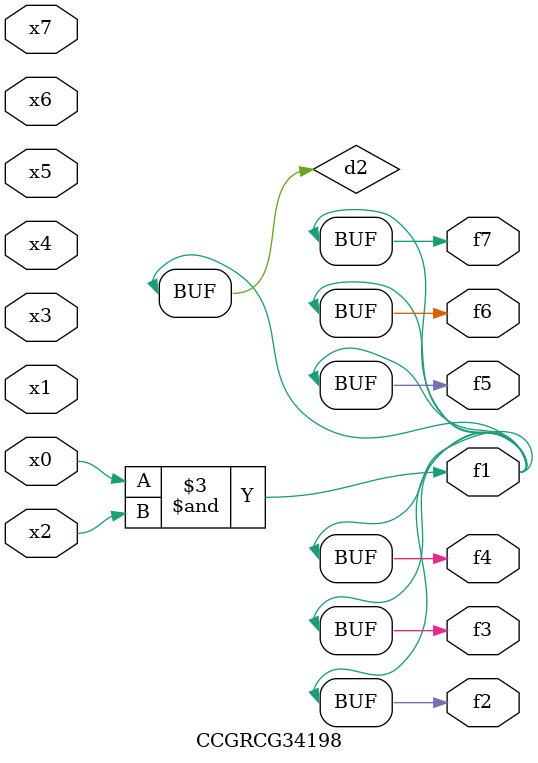
<source format=v>
module CCGRCG34198(
	input x0, x1, x2, x3, x4, x5, x6, x7,
	output f1, f2, f3, f4, f5, f6, f7
);

	wire d1, d2;

	nor (d1, x3, x6);
	and (d2, x0, x2);
	assign f1 = d2;
	assign f2 = d2;
	assign f3 = d2;
	assign f4 = d2;
	assign f5 = d2;
	assign f6 = d2;
	assign f7 = d2;
endmodule

</source>
